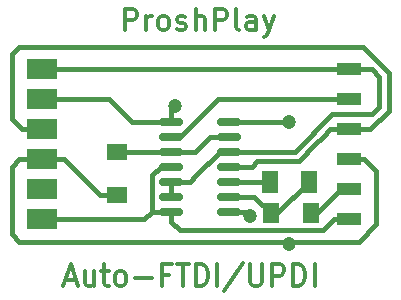
<source format=gbr>
%TF.GenerationSoftware,KiCad,Pcbnew,9.0.0*%
%TF.CreationDate,2025-04-26T00:36:11+05:30*%
%TF.ProjectId,ftdi-updi-auto-v2,66746469-2d75-4706-9469-2d6175746f2d,rev?*%
%TF.SameCoordinates,Original*%
%TF.FileFunction,Copper,L1,Top*%
%TF.FilePolarity,Positive*%
%FSLAX46Y46*%
G04 Gerber Fmt 4.6, Leading zero omitted, Abs format (unit mm)*
G04 Created by KiCad (PCBNEW 9.0.0) date 2025-04-26 00:36:11*
%MOMM*%
%LPD*%
G01*
G04 APERTURE LIST*
G04 Aperture macros list*
%AMRoundRect*
0 Rectangle with rounded corners*
0 $1 Rounding radius*
0 $2 $3 $4 $5 $6 $7 $8 $9 X,Y pos of 4 corners*
0 Add a 4 corners polygon primitive as box body*
4,1,4,$2,$3,$4,$5,$6,$7,$8,$9,$2,$3,0*
0 Add four circle primitives for the rounded corners*
1,1,$1+$1,$2,$3*
1,1,$1+$1,$4,$5*
1,1,$1+$1,$6,$7*
1,1,$1+$1,$8,$9*
0 Add four rect primitives between the rounded corners*
20,1,$1+$1,$2,$3,$4,$5,0*
20,1,$1+$1,$4,$5,$6,$7,0*
20,1,$1+$1,$6,$7,$8,$9,0*
20,1,$1+$1,$8,$9,$2,$3,0*%
G04 Aperture macros list end*
%ADD10C,0.360000*%
%TA.AperFunction,NonConductor*%
%ADD11C,0.360000*%
%TD*%
%TA.AperFunction,SMDPad,CuDef*%
%ADD12RoundRect,0.150000X-0.825000X-0.150000X0.825000X-0.150000X0.825000X0.150000X-0.825000X0.150000X0*%
%TD*%
%TA.AperFunction,SMDPad,CuDef*%
%ADD13R,1.700000X1.400000*%
%TD*%
%TA.AperFunction,SMDPad,CuDef*%
%ADD14R,1.400000X1.700000*%
%TD*%
%TA.AperFunction,SMDPad,CuDef*%
%ADD15R,1.400000X1.900000*%
%TD*%
%TA.AperFunction,SMDPad,CuDef*%
%ADD16R,2.500000X1.700000*%
%TD*%
%TA.AperFunction,SMDPad,CuDef*%
%ADD17R,2.000000X1.000000*%
%TD*%
%TA.AperFunction,ViaPad*%
%ADD18C,1.200000*%
%TD*%
%TA.AperFunction,Conductor*%
%ADD19C,0.400000*%
%TD*%
G04 APERTURE END LIST*
D10*
D11*
X93999547Y-49383983D02*
X93999547Y-47583983D01*
X93999547Y-47583983D02*
X94685261Y-47583983D01*
X94685261Y-47583983D02*
X94856690Y-47669697D01*
X94856690Y-47669697D02*
X94942404Y-47755411D01*
X94942404Y-47755411D02*
X95028118Y-47926840D01*
X95028118Y-47926840D02*
X95028118Y-48183983D01*
X95028118Y-48183983D02*
X94942404Y-48355411D01*
X94942404Y-48355411D02*
X94856690Y-48441126D01*
X94856690Y-48441126D02*
X94685261Y-48526840D01*
X94685261Y-48526840D02*
X93999547Y-48526840D01*
X95799547Y-49383983D02*
X95799547Y-48183983D01*
X95799547Y-48526840D02*
X95885261Y-48355411D01*
X95885261Y-48355411D02*
X95970976Y-48269697D01*
X95970976Y-48269697D02*
X96142404Y-48183983D01*
X96142404Y-48183983D02*
X96313833Y-48183983D01*
X97170976Y-49383983D02*
X96999547Y-49298269D01*
X96999547Y-49298269D02*
X96913833Y-49212554D01*
X96913833Y-49212554D02*
X96828119Y-49041126D01*
X96828119Y-49041126D02*
X96828119Y-48526840D01*
X96828119Y-48526840D02*
X96913833Y-48355411D01*
X96913833Y-48355411D02*
X96999547Y-48269697D01*
X96999547Y-48269697D02*
X97170976Y-48183983D01*
X97170976Y-48183983D02*
X97428119Y-48183983D01*
X97428119Y-48183983D02*
X97599547Y-48269697D01*
X97599547Y-48269697D02*
X97685262Y-48355411D01*
X97685262Y-48355411D02*
X97770976Y-48526840D01*
X97770976Y-48526840D02*
X97770976Y-49041126D01*
X97770976Y-49041126D02*
X97685262Y-49212554D01*
X97685262Y-49212554D02*
X97599547Y-49298269D01*
X97599547Y-49298269D02*
X97428119Y-49383983D01*
X97428119Y-49383983D02*
X97170976Y-49383983D01*
X98456690Y-49298269D02*
X98628118Y-49383983D01*
X98628118Y-49383983D02*
X98970975Y-49383983D01*
X98970975Y-49383983D02*
X99142404Y-49298269D01*
X99142404Y-49298269D02*
X99228118Y-49126840D01*
X99228118Y-49126840D02*
X99228118Y-49041126D01*
X99228118Y-49041126D02*
X99142404Y-48869697D01*
X99142404Y-48869697D02*
X98970975Y-48783983D01*
X98970975Y-48783983D02*
X98713833Y-48783983D01*
X98713833Y-48783983D02*
X98542404Y-48698269D01*
X98542404Y-48698269D02*
X98456690Y-48526840D01*
X98456690Y-48526840D02*
X98456690Y-48441126D01*
X98456690Y-48441126D02*
X98542404Y-48269697D01*
X98542404Y-48269697D02*
X98713833Y-48183983D01*
X98713833Y-48183983D02*
X98970975Y-48183983D01*
X98970975Y-48183983D02*
X99142404Y-48269697D01*
X99999547Y-49383983D02*
X99999547Y-47583983D01*
X100770976Y-49383983D02*
X100770976Y-48441126D01*
X100770976Y-48441126D02*
X100685261Y-48269697D01*
X100685261Y-48269697D02*
X100513833Y-48183983D01*
X100513833Y-48183983D02*
X100256690Y-48183983D01*
X100256690Y-48183983D02*
X100085261Y-48269697D01*
X100085261Y-48269697D02*
X99999547Y-48355411D01*
X101628118Y-49383983D02*
X101628118Y-47583983D01*
X101628118Y-47583983D02*
X102313832Y-47583983D01*
X102313832Y-47583983D02*
X102485261Y-47669697D01*
X102485261Y-47669697D02*
X102570975Y-47755411D01*
X102570975Y-47755411D02*
X102656689Y-47926840D01*
X102656689Y-47926840D02*
X102656689Y-48183983D01*
X102656689Y-48183983D02*
X102570975Y-48355411D01*
X102570975Y-48355411D02*
X102485261Y-48441126D01*
X102485261Y-48441126D02*
X102313832Y-48526840D01*
X102313832Y-48526840D02*
X101628118Y-48526840D01*
X103685261Y-49383983D02*
X103513832Y-49298269D01*
X103513832Y-49298269D02*
X103428118Y-49126840D01*
X103428118Y-49126840D02*
X103428118Y-47583983D01*
X105142404Y-49383983D02*
X105142404Y-48441126D01*
X105142404Y-48441126D02*
X105056689Y-48269697D01*
X105056689Y-48269697D02*
X104885261Y-48183983D01*
X104885261Y-48183983D02*
X104542404Y-48183983D01*
X104542404Y-48183983D02*
X104370975Y-48269697D01*
X105142404Y-49298269D02*
X104970975Y-49383983D01*
X104970975Y-49383983D02*
X104542404Y-49383983D01*
X104542404Y-49383983D02*
X104370975Y-49298269D01*
X104370975Y-49298269D02*
X104285261Y-49126840D01*
X104285261Y-49126840D02*
X104285261Y-48955411D01*
X104285261Y-48955411D02*
X104370975Y-48783983D01*
X104370975Y-48783983D02*
X104542404Y-48698269D01*
X104542404Y-48698269D02*
X104970975Y-48698269D01*
X104970975Y-48698269D02*
X105142404Y-48612554D01*
X105828117Y-48183983D02*
X106256689Y-49383983D01*
X106685260Y-48183983D02*
X106256689Y-49383983D01*
X106256689Y-49383983D02*
X106085260Y-49812554D01*
X106085260Y-49812554D02*
X105999546Y-49898269D01*
X105999546Y-49898269D02*
X105828117Y-49983983D01*
D10*
D11*
X88989152Y-70520555D02*
X89846295Y-70520555D01*
X88817723Y-71034841D02*
X89417723Y-69234841D01*
X89417723Y-69234841D02*
X90017723Y-71034841D01*
X91389152Y-69834841D02*
X91389152Y-71034841D01*
X90617723Y-69834841D02*
X90617723Y-70777698D01*
X90617723Y-70777698D02*
X90703437Y-70949127D01*
X90703437Y-70949127D02*
X90874866Y-71034841D01*
X90874866Y-71034841D02*
X91132009Y-71034841D01*
X91132009Y-71034841D02*
X91303437Y-70949127D01*
X91303437Y-70949127D02*
X91389152Y-70863412D01*
X91989151Y-69834841D02*
X92674865Y-69834841D01*
X92246294Y-69234841D02*
X92246294Y-70777698D01*
X92246294Y-70777698D02*
X92332008Y-70949127D01*
X92332008Y-70949127D02*
X92503437Y-71034841D01*
X92503437Y-71034841D02*
X92674865Y-71034841D01*
X93532008Y-71034841D02*
X93360579Y-70949127D01*
X93360579Y-70949127D02*
X93274865Y-70863412D01*
X93274865Y-70863412D02*
X93189151Y-70691984D01*
X93189151Y-70691984D02*
X93189151Y-70177698D01*
X93189151Y-70177698D02*
X93274865Y-70006269D01*
X93274865Y-70006269D02*
X93360579Y-69920555D01*
X93360579Y-69920555D02*
X93532008Y-69834841D01*
X93532008Y-69834841D02*
X93789151Y-69834841D01*
X93789151Y-69834841D02*
X93960579Y-69920555D01*
X93960579Y-69920555D02*
X94046294Y-70006269D01*
X94046294Y-70006269D02*
X94132008Y-70177698D01*
X94132008Y-70177698D02*
X94132008Y-70691984D01*
X94132008Y-70691984D02*
X94046294Y-70863412D01*
X94046294Y-70863412D02*
X93960579Y-70949127D01*
X93960579Y-70949127D02*
X93789151Y-71034841D01*
X93789151Y-71034841D02*
X93532008Y-71034841D01*
X94903436Y-70349127D02*
X96274865Y-70349127D01*
X97732007Y-70091984D02*
X97132007Y-70091984D01*
X97132007Y-71034841D02*
X97132007Y-69234841D01*
X97132007Y-69234841D02*
X97989150Y-69234841D01*
X98417721Y-69234841D02*
X99446293Y-69234841D01*
X98932007Y-71034841D02*
X98932007Y-69234841D01*
X100046293Y-71034841D02*
X100046293Y-69234841D01*
X100046293Y-69234841D02*
X100474864Y-69234841D01*
X100474864Y-69234841D02*
X100732007Y-69320555D01*
X100732007Y-69320555D02*
X100903436Y-69491984D01*
X100903436Y-69491984D02*
X100989150Y-69663412D01*
X100989150Y-69663412D02*
X101074864Y-70006269D01*
X101074864Y-70006269D02*
X101074864Y-70263412D01*
X101074864Y-70263412D02*
X100989150Y-70606269D01*
X100989150Y-70606269D02*
X100903436Y-70777698D01*
X100903436Y-70777698D02*
X100732007Y-70949127D01*
X100732007Y-70949127D02*
X100474864Y-71034841D01*
X100474864Y-71034841D02*
X100046293Y-71034841D01*
X101846293Y-71034841D02*
X101846293Y-69234841D01*
X103989150Y-69149127D02*
X102446293Y-71463412D01*
X104589150Y-69234841D02*
X104589150Y-70691984D01*
X104589150Y-70691984D02*
X104674864Y-70863412D01*
X104674864Y-70863412D02*
X104760579Y-70949127D01*
X104760579Y-70949127D02*
X104932007Y-71034841D01*
X104932007Y-71034841D02*
X105274864Y-71034841D01*
X105274864Y-71034841D02*
X105446293Y-70949127D01*
X105446293Y-70949127D02*
X105532007Y-70863412D01*
X105532007Y-70863412D02*
X105617721Y-70691984D01*
X105617721Y-70691984D02*
X105617721Y-69234841D01*
X106474864Y-71034841D02*
X106474864Y-69234841D01*
X106474864Y-69234841D02*
X107160578Y-69234841D01*
X107160578Y-69234841D02*
X107332007Y-69320555D01*
X107332007Y-69320555D02*
X107417721Y-69406269D01*
X107417721Y-69406269D02*
X107503435Y-69577698D01*
X107503435Y-69577698D02*
X107503435Y-69834841D01*
X107503435Y-69834841D02*
X107417721Y-70006269D01*
X107417721Y-70006269D02*
X107332007Y-70091984D01*
X107332007Y-70091984D02*
X107160578Y-70177698D01*
X107160578Y-70177698D02*
X106474864Y-70177698D01*
X108274864Y-71034841D02*
X108274864Y-69234841D01*
X108274864Y-69234841D02*
X108703435Y-69234841D01*
X108703435Y-69234841D02*
X108960578Y-69320555D01*
X108960578Y-69320555D02*
X109132007Y-69491984D01*
X109132007Y-69491984D02*
X109217721Y-69663412D01*
X109217721Y-69663412D02*
X109303435Y-70006269D01*
X109303435Y-70006269D02*
X109303435Y-70263412D01*
X109303435Y-70263412D02*
X109217721Y-70606269D01*
X109217721Y-70606269D02*
X109132007Y-70777698D01*
X109132007Y-70777698D02*
X108960578Y-70949127D01*
X108960578Y-70949127D02*
X108703435Y-71034841D01*
X108703435Y-71034841D02*
X108274864Y-71034841D01*
X110074864Y-71034841D02*
X110074864Y-69234841D01*
D12*
%TO.P,U1,1,1Y*%
%TO.N,RX*%
X97920000Y-57150000D03*
%TO.P,U1,2,1Z*%
%TO.N,RX-T*%
X97920000Y-58420000D03*
%TO.P,U1,3,2Z*%
%TO.N,MODE-FTDI*%
X97920000Y-59690000D03*
%TO.P,U1,4,2Y*%
%TO.N,GND*%
X97920000Y-60960000D03*
%TO.P,U1,5,2E*%
%TO.N,DTR*%
X97920000Y-62230000D03*
%TO.P,U1,6,3E*%
X97920000Y-63500000D03*
%TO.P,U1,7,VSS*%
%TO.N,GND*%
X97920000Y-64770000D03*
%TO.P,U1,8,3Y*%
%TO.N,RX*%
X102870000Y-64770000D03*
%TO.P,U1,9,3Z*%
%TO.N,Net-(D1-A)*%
X102870000Y-63500000D03*
%TO.P,U1,10,4Z*%
%TO.N,Net-(D1-K)*%
X102870000Y-62230000D03*
%TO.P,U1,11,4Y*%
%TO.N,TX*%
X102870000Y-60960000D03*
%TO.P,U1,12,4E*%
%TO.N,DTR*%
X102870000Y-59690000D03*
%TO.P,U1,13,1E*%
%TO.N,MODE-FTDI*%
X102870000Y-58420000D03*
%TO.P,U1,14,VDD*%
%TO.N,VCC*%
X102870000Y-57150000D03*
%TD*%
D13*
%TO.P,R2,2*%
%TO.N,VCC*%
X93345000Y-63343000D03*
%TO.P,R2,1*%
%TO.N,MODE-FTDI*%
X93345000Y-59743000D03*
%TD*%
D14*
%TO.P,R1,1*%
%TO.N,Net-(D1-A)*%
X106352500Y-64891800D03*
%TO.P,R1,2*%
%TO.N,UPDI*%
X109752500Y-64891800D03*
%TD*%
D15*
%TO.P,D1,1,K*%
%TO.N,Net-(D1-K)*%
X106300000Y-62230000D03*
%TO.P,D1,2,A*%
%TO.N,Net-(D1-A)*%
X109600000Y-62230000D03*
%TD*%
D16*
%TO.P,J1,1*%
%TO.N,GND*%
X86995000Y-65405000D03*
%TO.P,J1,2*%
%TO.N,unconnected-(J1-Pad2)*%
X86995000Y-62865000D03*
%TO.P,J1,3*%
%TO.N,VCC*%
X86995000Y-60325000D03*
%TO.P,J1,4*%
%TO.N,TX*%
X86995000Y-57785000D03*
%TO.P,J1,5*%
%TO.N,RX*%
X86995000Y-55245000D03*
%TO.P,J1,6*%
%TO.N,DTR*%
X86995000Y-52705000D03*
%TD*%
D17*
%TO.P,J2,1*%
%TO.N,DTR*%
X113030000Y-52705000D03*
%TO.P,J2,2*%
%TO.N,RX-T*%
X113030000Y-55245000D03*
%TO.P,J2,3*%
%TO.N,TX*%
X113030000Y-57785000D03*
%TO.P,J2,4*%
%TO.N,VCC*%
X113030000Y-60325000D03*
%TO.P,J2,5*%
%TO.N,UPDI*%
X113030000Y-62865000D03*
%TO.P,J2,6*%
%TO.N,GND*%
X113030000Y-65405000D03*
%TD*%
D18*
%TO.N,VCC*%
X107950000Y-67542800D03*
X107950000Y-57150000D03*
%TO.N,RX*%
X98267000Y-55811000D03*
X104631924Y-65142800D03*
%TD*%
D19*
%TO.N,UPDI*%
X112343748Y-62865000D02*
X113030000Y-62865000D01*
X110316948Y-64891800D02*
X112343748Y-62865000D01*
X109752500Y-64891800D02*
X110316948Y-64891800D01*
%TO.N,GND*%
X97920000Y-65618476D02*
X97920000Y-64770000D01*
X98644324Y-66342800D02*
X97920000Y-65618476D01*
X110822200Y-66342800D02*
X98644324Y-66342800D01*
X113030000Y-65405000D02*
X111760000Y-65405000D01*
X111760000Y-65405000D02*
X110822200Y-66342800D01*
%TO.N,VCC*%
X85090000Y-60325000D02*
X86995000Y-60325000D01*
X115323388Y-65813612D02*
X113827000Y-67310000D01*
X115323388Y-61348388D02*
X115323388Y-65813612D01*
X114300000Y-60325000D02*
X115323388Y-61348388D01*
X113827000Y-67310000D02*
X85090000Y-67310000D01*
X113030000Y-60325000D02*
X114300000Y-60325000D01*
X84455000Y-66675000D02*
X84455000Y-60960000D01*
X85090000Y-67310000D02*
X84455000Y-66675000D01*
X84455000Y-60960000D02*
X85090000Y-60325000D01*
%TO.N,TX*%
X104775000Y-60960000D02*
X102870000Y-60960000D01*
X105244000Y-60491000D02*
X104775000Y-60960000D01*
X108058728Y-60491000D02*
X105244000Y-60491000D01*
X108722299Y-60491000D02*
X108058728Y-60491000D01*
X110158300Y-59055000D02*
X108722300Y-60491000D01*
X108722300Y-60491000D02*
X108722299Y-60491000D01*
X111428300Y-57785000D02*
X110793300Y-58420000D01*
X113030000Y-57785000D02*
X111428300Y-57785000D01*
X110793300Y-58420000D02*
X110158300Y-59055000D01*
%TO.N,VCC*%
X102870000Y-57150000D02*
X107950000Y-57150000D01*
%TO.N,RX*%
X104259124Y-64770000D02*
X102870000Y-64770000D01*
X104631924Y-65142800D02*
X104259124Y-64770000D01*
%TO.N,TX*%
X114797785Y-57785000D02*
X113030000Y-57785000D01*
X116371000Y-56211786D02*
X114797785Y-57785000D01*
X116371000Y-53008215D02*
X116371000Y-56211786D01*
X85090000Y-50800000D02*
X114162786Y-50800000D01*
X84455000Y-51435000D02*
X85090000Y-50800000D01*
X114162786Y-50800000D02*
X116371000Y-53008215D01*
X85345000Y-57785000D02*
X84455000Y-56895000D01*
X86995000Y-57785000D02*
X85345000Y-57785000D01*
X84455000Y-56895000D02*
X84455000Y-51435000D01*
%TO.N,Net-(D1-A)*%
X106938200Y-64891800D02*
X109600000Y-62230000D01*
X106352500Y-64891800D02*
X106938200Y-64891800D01*
X102870000Y-63500000D02*
X104960700Y-63500000D01*
X104960700Y-63500000D02*
X106352500Y-64891800D01*
%TO.N,RX*%
X97920000Y-56158000D02*
X97920000Y-57150000D01*
X98267000Y-55811000D02*
X97920000Y-56158000D01*
X92710000Y-55245000D02*
X94615000Y-57150000D01*
X94615000Y-57150000D02*
X97920000Y-57150000D01*
X86995000Y-55245000D02*
X92710000Y-55245000D01*
%TO.N,VCC*%
X91918000Y-63343000D02*
X93345000Y-63343000D01*
X88900000Y-60325000D02*
X91918000Y-63343000D01*
X86995000Y-60325000D02*
X88900000Y-60325000D01*
%TO.N,DTR*%
X115570000Y-53340000D02*
X114935000Y-52705000D01*
X111565514Y-56515000D02*
X114935000Y-56515000D01*
X115570000Y-55880000D02*
X115570000Y-53340000D01*
X108390514Y-59690000D02*
X111565514Y-56515000D01*
X114935000Y-52705000D02*
X113030000Y-52705000D01*
X102870000Y-59690000D02*
X108390514Y-59690000D01*
X114935000Y-56515000D02*
X115570000Y-55880000D01*
%TO.N,Net-(D1-K)*%
X106300000Y-62230000D02*
X102870000Y-62230000D01*
%TO.N,MODE-FTDI*%
X97867000Y-59743000D02*
X97920000Y-59690000D01*
X93345000Y-59743000D02*
X97867000Y-59743000D01*
X99982400Y-59690000D02*
X97920000Y-59690000D01*
X101252400Y-58420000D02*
X99982400Y-59690000D01*
X102870000Y-58420000D02*
X101252400Y-58420000D01*
%TO.N,RX-T*%
X98707800Y-58420000D02*
X97920000Y-58420000D01*
X101882800Y-55245000D02*
X98707800Y-58420000D01*
X113030000Y-55245000D02*
X101882800Y-55245000D01*
%TO.N,DTR*%
X97920000Y-63500000D02*
X97920000Y-62230000D01*
X113030000Y-52705000D02*
X100560100Y-52705000D01*
X100560100Y-52705000D02*
X86995000Y-52705000D01*
X99508600Y-62230000D02*
X100032000Y-61706600D01*
X97920000Y-62230000D02*
X99508600Y-62230000D01*
X102048600Y-59690000D02*
X102870000Y-59690000D01*
X100032000Y-61706600D02*
X102048600Y-59690000D01*
%TO.N,GND*%
X95676500Y-65405000D02*
X96311500Y-64770000D01*
X86995000Y-65405000D02*
X95676500Y-65405000D01*
X96311500Y-61701800D02*
X96311500Y-64770000D01*
X97053300Y-60960000D02*
X96311500Y-61701800D01*
X97920000Y-60960000D02*
X97053300Y-60960000D01*
X96311500Y-64770000D02*
X97920000Y-64770000D01*
%TD*%
M02*

</source>
